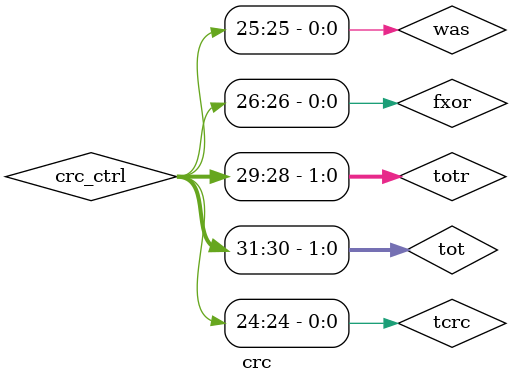
<source format=sv>
module crc(crc_if m);
 
// Variables declaration
  logic [31:0] crc_data1,crc_data, crc_poly, crc_ctrl, seed, seed1,test1;
  bit flag, r;
  bit p,was,tcrc;
  bit [1:0] tot,totr;
  bit fxor;
 // logic [31:0] data_rd_f;
  
 assign was = crc_ctrl[25];
 assign tcrc = crc_ctrl[24];
 assign tot = crc_ctrl[31:30];
 assign totr = crc_ctrl[29:28];
 assign fxor = crc_ctrl[26];

  //assign data_rd_f = 32'h0000_1234;

//***********************************
//  Main program starts here
//***********************************
  
	//always @(posedge cif.clk)
	//  begin
	//    if(cif.rst)
	//      begin
	//	seed_1     <= 0;
	//	crc_data_1 <= 0;
	////	p          <= 0;
	//      end
	//    else
	//      begin
	//        if(p!=1)                 // This condition has been written because when the address change then crc_data_1 value also changes with the new value.
	//          begin
	//            seed_1     <= seed;
	//	        crc_data_1 <= crc_data;
	//          end 
	//	    
	//	
	//      end
	//  end   
//============================================================


  always @(*) begin				// This block is written for the read operation.
    
   if(m.Sel)
      begin
        if     (!m.RW && m.addr == 32'h4003_2000) m.data_rd = crc_data1; 
        else if(!m.RW && m.addr == 32'h4003_2004) m.data_rd = crc_poly; 
        //else if(!m.RW && m.addr == 32'h4003_2008) m.data_rd = crc_ctrl;
  	else m.data_rd = crc_ctrl;
      end
    else m.data_rd = 32'h0000_1234;
  end

  always@(posedge m.clk or posedge m.rst)
    begin
      if(m.rst)
		begin
		  crc_data = 32'hffff_ffff;
		  crc_data1 = 32'hffff_ffff;
		  seed1 = 32'hffff_ffff;
		  crc_poly = 32'h0000_1021;
		  crc_ctrl = 32'h0000_0000;
		end
	 else
         if(m.Sel) begin
		begin
                
          
		  if(m.addr == 32'h4003_2000)
			begin
			  if(m.RW == 0)		// This is a read operation. But nothing goes in here because everything goes from the always@(*) block.
				begin
                                  p = 0;
				  //cif.data_rd = crc_data; // this is a problem that needs to be solved.

				end
			  else
				begin
				  crc_data = m.data_wr;

//-----------------------------------------------------------------------------------------------------------------------
// An extra block for FXOR calculation is added here.

				

//-----------------------------------------------------------------------------------------------------------------------
                  
                case(tot)
                  2'b00: begin crc_data = crc_data; end
                  2'b01: crc_data = {crc_data[24],crc_data[25],crc_data[26],crc_data[27],crc_data[28],crc_data[29],crc_data[30],crc_data[31],crc_data[16],crc_data[17],crc_data[18],crc_data[19],crc_data[20],crc_data[21],crc_data[22],crc_data[23],crc_data[08],crc_data[09],crc_data[10],crc_data[11],crc_data[12],crc_data[13],crc_data[14],crc_data[15],crc_data[00],crc_data[01],crc_data[02],crc_data[03],crc_data[04],crc_data[05],crc_data[06],crc_data[07]};
                  2'b10: crc_data = {crc_data[00],crc_data[01],crc_data[02],crc_data[03],crc_data[04],crc_data[05],crc_data[06],crc_data[07],crc_data[08],crc_data[09],crc_data[10],crc_data[11],crc_data[12],crc_data[13],crc_data[14],crc_data[15],crc_data[16],crc_data[17],crc_data[18],crc_data[19],crc_data[20],crc_data[21],crc_data[22],crc_data[23],crc_data[24],crc_data[25],crc_data[26],crc_data[27],crc_data[28],crc_data[29],crc_data[30],crc_data[31]};
                  2'b11: crc_data = {crc_data[07],crc_data[06],crc_data[05],crc_data[04],crc_data[03],crc_data[02],crc_data[01],crc_data[00],crc_data[15],crc_data[14],crc_data[13],crc_data[12],crc_data[11],crc_data[10],crc_data[09],crc_data[08],crc_data[23],crc_data[22],crc_data[21],crc_data[20],crc_data[19],crc_data[18],crc_data[17],crc_data[16],crc_data[31],crc_data[30],crc_data[29],crc_data[28],crc_data[27],crc_data[26],crc_data[25],crc_data[24]};
                endcase
                    test1 = crc_data;
		                if(tcrc) begin
				  if(!was) begin
				    for(int i=0; i<32; i++)
				    begin
				      if(seed[31]==0)
				      begin
				  	  seed = seed << 1;
				  	  seed[0] = crc_data[31];
				  	  crc_data = crc_data << 1;
				      end
				      else
				      begin
				  	seed = seed << 1;
				  	seed[0] = crc_data[31];
				  	crc_data = crc_data << 1;
				  	seed  = seed ^ crc_poly;
	         		      end
				    end
				    crc_data = seed;
                                  end
      				  else 
                                  begin
 				    seed = crc_data;
              			  end
                                  crc_data = seed;
                                end
                                else
                                begin
				  if(!was) begin
			            for(int i=0; i<32; i++)
				    begin
			              if(seed1[15]==0)
				      begin
					seed1[15:0] = {seed1[14:0],crc_data[31]};
					crc_data   = crc_data << 1;
				      end
				      else
				      begin
					seed1[15:0] = {seed1[14:0],crc_data[31]};
					crc_data = crc_data << 1;
					seed1[15:0]  = seed1[15:0] ^ crc_poly[15:0];
				      end
				    end
				    crc_data = {16'b0, seed1[15:0]}; 
                                  end
      				  else begin
 				    seed1 = {16'b0, crc_data[15:0]};
              			  end
                                    crc_data = {16'b0, seed1[15:0]};
                                end
				end
                                      crc_data1 = crc_data;

				if(fxor == 1'b1)
				  begin
				    if(tcrc == 1'b1)
				      begin
			 	        crc_data1 = crc_data1 ^ 32'hffff_ffff;
				      end
				    else
				      begin
				        crc_data1 = crc_data1 ^ 32'h0000_ffff;
					/*
				        if(totr == 2'b10)
				          begin
					    crc_data1 = crc_data1 ^ 32'hffff_0000;
				        end
				        else if(totr == 2'b11)
				          begin
					    crc_data1 = crc_data1 ^ 32'hffff_0000;
				          end
				        else
				          begin
					    crc_data1 = crc_data1 ^ 32'h0000_ffff;
				          end */
				      end
				  end
				else
				  begin
				    crc_data1 = crc_data1;
				  end


                case(totr)
                  2'b00: begin end
                  2'b01: begin crc_data1= {crc_data1[24],crc_data1[25],crc_data1[26],crc_data1[27],crc_data1[28],crc_data1[29],crc_data1[30],crc_data1[31],crc_data1[16],crc_data1[17],crc_data1[18],crc_data1[19],crc_data1[20],crc_data1[21],crc_data1[22],crc_data1[23],crc_data1[08],crc_data1[09],crc_data1[10],crc_data1[11],crc_data1[12],crc_data1[13],crc_data1[14],crc_data1[15],crc_data1[00],crc_data1[01],crc_data1[02],crc_data1[03],crc_data1[04],crc_data1[05],crc_data1[06],crc_data1[07]}; end
                  2'b10: begin crc_data1 = {crc_data1[00],crc_data1[01],crc_data1[02],crc_data1[03],crc_data1[04],crc_data1[05],crc_data1[06],crc_data1[07],crc_data1[08],crc_data1[09],crc_data1[10],crc_data1[11],crc_data1[12],crc_data1[13],crc_data1[14],crc_data1[15],crc_data1[16],crc_data1[17],crc_data1[18],crc_data1[19],crc_data1[20],crc_data1[21],crc_data1[22],crc_data1[23],crc_data1[24],crc_data1[25],crc_data1[26],crc_data1[27],crc_data1[28],crc_data1[29],crc_data1[30],crc_data1[31]};end
                  2'b11: begin crc_data1 = {crc_data1[07],crc_data1[06],crc_data1[05],crc_data1[04],crc_data1[03],crc_data1[02],crc_data1[01],crc_data1[00],crc_data1[15],crc_data1[14],crc_data1[13],crc_data1[12],crc_data1[11],crc_data1[10],crc_data1[09],crc_data1[08],crc_data1[23],crc_data1[22],crc_data1[21],crc_data1[20],crc_data1[19],crc_data1[18],crc_data1[17],crc_data1[16],crc_data1[31],crc_data1[30],crc_data1[29],crc_data1[28],crc_data1[27],crc_data1[26],crc_data1[25],crc_data1[24]};end
                endcase
			end
		  else if(m.addr == 32'h4003_2004)
			begin
			  
			  if(m.RW == 0)		// This is a read operation. But nothing goes in here because everything goes from the always@(*) block.
				begin
				 /// cif.data_rd = crc_poly;
				end
			  else
				begin
				  crc_poly    = m.data_wr;
				end

			end
		  else if(m.addr == 32'h4003_2008)
			begin
			  
			  if(m.RW == 0)		// This is a read operation. But nothing goes in here because everything goes from the always@(*) block.
			 	begin
				end
			  else
				begin
				  crc_ctrl    = m.data_wr;
				end

			end

	     end	
	end
    end

endmodule

</source>
